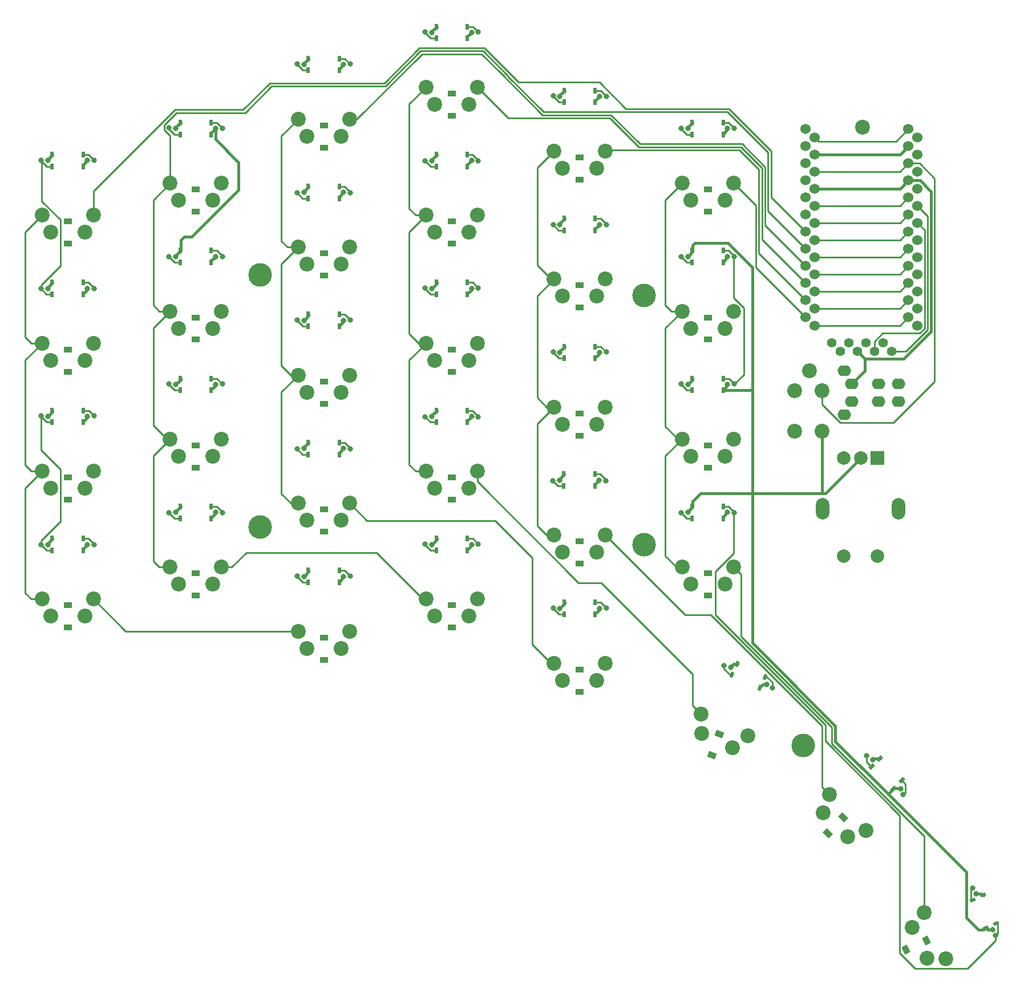
<source format=gbr>
%TF.GenerationSoftware,KiCad,Pcbnew,6.0.5*%
%TF.CreationDate,2022-07-09T20:03:33-05:00*%
%TF.ProjectId,ElevenFingers,456c6576-656e-4466-996e-676572732e6b,rev?*%
%TF.SameCoordinates,Original*%
%TF.FileFunction,Copper,L2,Bot*%
%TF.FilePolarity,Positive*%
%FSLAX46Y46*%
G04 Gerber Fmt 4.6, Leading zero omitted, Abs format (unit mm)*
G04 Created by KiCad (PCBNEW 6.0.5) date 2022-07-09 20:03:33*
%MOMM*%
%LPD*%
G01*
G04 APERTURE LIST*
G04 Aperture macros list*
%AMRotRect*
0 Rectangle, with rotation*
0 The origin of the aperture is its center*
0 $1 length*
0 $2 width*
0 $3 Rotation angle, in degrees counterclockwise*
0 Add horizontal line*
21,1,$1,$2,0,0,$3*%
G04 Aperture macros list end*
%TA.AperFunction,WasherPad*%
%ADD10C,2.200000*%
%TD*%
%TA.AperFunction,WasherPad*%
%ADD11C,3.500000*%
%TD*%
%TA.AperFunction,ComponentPad*%
%ADD12C,2.200000*%
%TD*%
%TA.AperFunction,SMDPad,CuDef*%
%ADD13R,0.500000X0.850000*%
%TD*%
%TA.AperFunction,ComponentPad*%
%ADD14R,1.200000X0.900000*%
%TD*%
%TA.AperFunction,SMDPad,CuDef*%
%ADD15RotRect,0.500000X0.850000X295.000000*%
%TD*%
%TA.AperFunction,ComponentPad*%
%ADD16C,1.524000*%
%TD*%
%TA.AperFunction,ComponentPad*%
%ADD17O,2.000000X1.600000*%
%TD*%
%TA.AperFunction,SMDPad,CuDef*%
%ADD18RotRect,0.500000X0.850000X315.000000*%
%TD*%
%TA.AperFunction,ComponentPad*%
%ADD19RotRect,0.900000X1.200000X25.000000*%
%TD*%
%TA.AperFunction,WasherPad*%
%ADD20O,2.000000X3.200000*%
%TD*%
%TA.AperFunction,ComponentPad*%
%ADD21R,2.000000X2.000000*%
%TD*%
%TA.AperFunction,ComponentPad*%
%ADD22C,2.000000*%
%TD*%
%TA.AperFunction,ComponentPad*%
%ADD23RotRect,0.900000X1.200000X45.000000*%
%TD*%
%TA.AperFunction,SMDPad,CuDef*%
%ADD24RotRect,0.500000X0.850000X335.000000*%
%TD*%
%TA.AperFunction,ComponentPad*%
%ADD25RotRect,0.900000X1.200000X70.000000*%
%TD*%
%TA.AperFunction,ComponentPad*%
%ADD26C,1.397000*%
%TD*%
%TA.AperFunction,ViaPad*%
%ADD27C,0.800000*%
%TD*%
%TA.AperFunction,Conductor*%
%ADD28C,0.250000*%
%TD*%
%TA.AperFunction,Conductor*%
%ADD29C,0.381000*%
%TD*%
G04 APERTURE END LIST*
D10*
%TO.P,,*%
%TO.N,*%
X148200000Y-105000000D03*
%TD*%
%TO.P,REF\u002A\u002A,*%
%TO.N,*%
X156000000Y-68850000D03*
%TD*%
D11*
%TO.P,,*%
%TO.N,*%
X147200000Y-160600000D03*
%TD*%
%TO.P,,*%
%TO.N,*%
X123600000Y-130800000D03*
%TD*%
%TO.P,,*%
%TO.N,*%
X123600000Y-93800000D03*
%TD*%
%TO.P,,*%
%TO.N,*%
X66600000Y-128200000D03*
%TD*%
%TO.P,REF\u002A\u002A,*%
%TO.N,*%
X66600000Y-90800000D03*
%TD*%
D12*
%TO.P,SW5,1*%
%TO.N,Net-(D5-Pad2)*%
X116611846Y-74956051D03*
X111531846Y-74956051D03*
%TO.P,SW5,2*%
%TO.N,col4*%
X117881846Y-72416051D03*
X110261846Y-72416051D03*
%TD*%
D13*
%TO.P,L20,1,VDD*%
%TO.N,VCC*%
X59361846Y-126921051D03*
%TO.P,L20,2,DOUT*%
%TO.N,Net-(L20-Pad2)*%
X59361846Y-125171051D03*
%TO.P,L20,3,VSS*%
%TO.N,GND*%
X54761846Y-125171051D03*
%TO.P,L20,4,DIN*%
%TO.N,Net-(L19-Pad2)*%
X54761846Y-126921051D03*
%TD*%
D12*
%TO.P,SW10,1*%
%TO.N,Net-(D10-Pad2)*%
X92531846Y-84456051D03*
X97611846Y-84456051D03*
%TO.P,SW10,2*%
%TO.N,col3*%
X91261846Y-81916051D03*
X98881846Y-81916051D03*
%TD*%
D13*
%TO.P,L2,1,VDD*%
%TO.N,VCC*%
X54761846Y-68171051D03*
%TO.P,L2,2,DOUT*%
%TO.N,Net-(L1-Pad4)*%
X54761846Y-69921051D03*
%TO.P,L2,3,VSS*%
%TO.N,GND*%
X59361846Y-69921051D03*
%TO.P,L2,4,DIN*%
%TO.N,Net-(L2-Pad4)*%
X59361846Y-68171051D03*
%TD*%
D14*
%TO.P,D2,1,K*%
%TO.N,row0*%
X57081846Y-81396051D03*
%TO.P,D2,2,A*%
%TO.N,Net-(D2-Pad2)*%
X57081846Y-78096051D03*
%TD*%
D13*
%TO.P,L19,1,VDD*%
%TO.N,VCC*%
X40361846Y-131671051D03*
%TO.P,L19,2,DOUT*%
%TO.N,Net-(L19-Pad2)*%
X40361846Y-129921051D03*
%TO.P,L19,3,VSS*%
%TO.N,GND*%
X35761846Y-129921051D03*
%TO.P,L19,4,DIN*%
%TO.N,Net-(L13-Pad2)*%
X35761846Y-131671051D03*
%TD*%
D14*
%TO.P,D13,1,K*%
%TO.N,row2*%
X38081846Y-124146051D03*
%TO.P,D13,2,A*%
%TO.N,Net-(D13-Pad2)*%
X38081846Y-120846051D03*
%TD*%
%TO.P,D26,1,K*%
%TO.N,row4*%
X95081846Y-143146051D03*
%TO.P,D26,2,A*%
%TO.N,Net-(D26-Pad2)*%
X95081846Y-139846051D03*
%TD*%
%TO.P,D21,1,K*%
%TO.N,row3*%
X76081846Y-128896051D03*
%TO.P,D21,2,A*%
%TO.N,Net-(D21-Pad2)*%
X76081846Y-125596051D03*
%TD*%
%TO.P,D25,1,K*%
%TO.N,row4*%
X76081846Y-147896051D03*
%TO.P,D25,2,A*%
%TO.N,Net-(D25-Pad2)*%
X76081846Y-144596051D03*
%TD*%
D12*
%TO.P,SW13,1*%
%TO.N,Net-(D13-Pad2)*%
X35531846Y-122456051D03*
X40611846Y-122456051D03*
%TO.P,SW13,2*%
%TO.N,col0*%
X34261846Y-119916051D03*
X41881846Y-119916051D03*
%TD*%
%TO.P,SW7,1*%
%TO.N,Net-(D7-Pad2)*%
X35531846Y-103456051D03*
X40611846Y-103456051D03*
%TO.P,SW7,2*%
%TO.N,col0*%
X34261846Y-100916051D03*
X41881846Y-100916051D03*
%TD*%
D13*
%TO.P,L10,1,VDD*%
%TO.N,VCC*%
X97361846Y-74671051D03*
%TO.P,L10,2,DOUT*%
%TO.N,Net-(L10-Pad2)*%
X97361846Y-72921051D03*
%TO.P,L10,3,VSS*%
%TO.N,GND*%
X92761846Y-72921051D03*
%TO.P,L10,4,DIN*%
%TO.N,Net-(L10-Pad4)*%
X92761846Y-74671051D03*
%TD*%
%TO.P,L27,1,VDD*%
%TO.N,VCC*%
X111761846Y-139421051D03*
%TO.P,L27,2,DOUT*%
%TO.N,Net-(L26-Pad4)*%
X111761846Y-141171051D03*
%TO.P,L27,3,VSS*%
%TO.N,GND*%
X116361846Y-141171051D03*
%TO.P,L27,4,DIN*%
%TO.N,Net-(L27-Pad4)*%
X116361846Y-139421051D03*
%TD*%
D12*
%TO.P,SW26,1*%
%TO.N,Net-(D26-Pad2)*%
X97611846Y-141456051D03*
X92531846Y-141456051D03*
%TO.P,SW26,2*%
%TO.N,col1*%
X98881846Y-138916051D03*
X91261846Y-138916051D03*
%TD*%
%TO.P,SW18,1*%
%TO.N,Net-(D18-Pad2)*%
X130531846Y-117706051D03*
X135611846Y-117706051D03*
%TO.P,SW18,2*%
%TO.N,col5*%
X136881846Y-115166051D03*
X129261846Y-115166051D03*
%TD*%
D13*
%TO.P,L5,1,VDD*%
%TO.N,VCC*%
X111761846Y-63421051D03*
%TO.P,L5,2,DOUT*%
%TO.N,Net-(L4-Pad4)*%
X111761846Y-65171051D03*
%TO.P,L5,3,VSS*%
%TO.N,GND*%
X116361846Y-65171051D03*
%TO.P,L5,4,DIN*%
%TO.N,Net-(L5-Pad4)*%
X116361846Y-63421051D03*
%TD*%
%TO.P,L16,1,VDD*%
%TO.N,VCC*%
X92761846Y-91921051D03*
%TO.P,L16,2,DOUT*%
%TO.N,Net-(L15-Pad4)*%
X92761846Y-93671051D03*
%TO.P,L16,3,VSS*%
%TO.N,GND*%
X97361846Y-93671051D03*
%TO.P,L16,4,DIN*%
%TO.N,Net-(L16-Pad4)*%
X97361846Y-91921051D03*
%TD*%
D12*
%TO.P,SW21,1*%
%TO.N,Net-(D21-Pad2)*%
X78611846Y-127206051D03*
X73531846Y-127206051D03*
%TO.P,SW21,2*%
%TO.N,col2*%
X79881846Y-124666051D03*
X72261846Y-124666051D03*
%TD*%
D15*
%TO.P,L30,1,VDD*%
%TO.N,VCC*%
X173932843Y-182841752D03*
%TO.P,L30,2,DOUT*%
%TO.N,Net-(L29-Pad4)*%
X172346805Y-183581334D03*
%TO.P,L30,3,VSS*%
%TO.N,GND*%
X174290849Y-187750350D03*
%TO.P,L30,4,DIN*%
%TO.N,Net-(L24-Pad2)*%
X175876887Y-187010768D03*
%TD*%
D16*
%TO.P,U1,1,TX0/PD3*%
%TO.N,LED*%
X164148225Y-70347873D03*
X147609410Y-69152128D03*
%TO.P,U1,2,RX1/PD2*%
%TO.N,SERIAL*%
X164148225Y-72887873D03*
X147609410Y-71692128D03*
%TO.P,U1,3,GND*%
%TO.N,GND*%
X164148225Y-75427873D03*
X147609410Y-74232128D03*
%TO.P,U1,4,GND*%
X164148225Y-77967873D03*
X147609410Y-76772128D03*
%TO.P,U1,5,2/PD1*%
%TO.N,Net-(J1-Pad1)*%
X164148225Y-80507873D03*
X147609410Y-79312128D03*
%TO.P,U1,6,3/PD0*%
%TO.N,Net-(J1-Pad2)*%
X147609410Y-81852128D03*
X164148225Y-83047873D03*
%TO.P,U1,7,4/PD4*%
%TO.N,col0*%
X164148225Y-85587873D03*
X147609410Y-84392128D03*
%TO.P,U1,8,5/PC6*%
%TO.N,col1*%
X164148225Y-88127873D03*
X147609410Y-86932128D03*
%TO.P,U1,9,6/PD7*%
%TO.N,col2*%
X164148225Y-90667873D03*
X147609410Y-89472128D03*
%TO.P,U1,10,7/PE6*%
%TO.N,col3*%
X164148225Y-93207873D03*
X147609410Y-92012128D03*
%TO.P,U1,11,8/PB4*%
%TO.N,col4*%
X164148225Y-95747873D03*
X147609410Y-94552128D03*
%TO.P,U1,12,9/PB5*%
%TO.N,col5*%
X164148225Y-98287873D03*
X147609410Y-97092128D03*
%TO.P,U1,13,10/PB6*%
%TO.N,row4*%
X162849410Y-97092128D03*
X148908225Y-98287873D03*
%TO.P,U1,14,16/PB2*%
%TO.N,row3*%
X162849410Y-94552128D03*
X148908225Y-95747873D03*
%TO.P,U1,15,14/PB3*%
%TO.N,row2*%
X148908225Y-93207873D03*
X162849410Y-92012128D03*
%TO.P,U1,16,15/PB1*%
%TO.N,row1*%
X162849410Y-89472128D03*
X148908225Y-90667873D03*
%TO.P,U1,17,A0/PF7*%
%TO.N,row0*%
X148908225Y-88127873D03*
X162849410Y-86932128D03*
%TO.P,U1,18,A1/PF6*%
%TO.N,ENC_B*%
X162849410Y-84392128D03*
X148908225Y-85587873D03*
%TO.P,U1,19,A2/PF5*%
%TO.N,ENC_A*%
X148908225Y-83047873D03*
X162849410Y-81852128D03*
%TO.P,U1,20,A3/PF4*%
%TO.N,unconnected-(U1-Pad20)*%
X162849410Y-79312128D03*
X148908225Y-80507873D03*
%TO.P,U1,21,VCC*%
%TO.N,VCC*%
X162849410Y-76772128D03*
X148908225Y-77967873D03*
%TO.P,U1,22,RST*%
%TO.N,Net-(B1-Pad1)*%
X148908225Y-75427873D03*
X162849410Y-74232128D03*
%TO.P,U1,23,GND*%
%TO.N,GND*%
X162849410Y-71692128D03*
X148908225Y-72887873D03*
%TO.P,U1,24,RAW*%
%TO.N,unconnected-(U1-Pad24)*%
X162849410Y-69152128D03*
X148908225Y-70347873D03*
%TD*%
D13*
%TO.P,L12,1,VDD*%
%TO.N,VCC*%
X135361846Y-88921051D03*
%TO.P,L12,2,DOUT*%
%TO.N,Net-(L12-Pad2)*%
X135361846Y-87171051D03*
%TO.P,L12,3,VSS*%
%TO.N,GND*%
X130761846Y-87171051D03*
%TO.P,L12,4,DIN*%
%TO.N,Net-(L11-Pad2)*%
X130761846Y-88921051D03*
%TD*%
D12*
%TO.P,SW22,1*%
%TO.N,Net-(D22-Pad2)*%
X92531846Y-122456051D03*
X97611846Y-122456051D03*
%TO.P,SW22,2*%
%TO.N,col3*%
X91261846Y-119916051D03*
X98881846Y-119916051D03*
%TD*%
%TO.P,SW17,1*%
%TO.N,Net-(D17-Pad2)*%
X111531846Y-112956051D03*
X116611846Y-112956051D03*
%TO.P,SW17,2*%
%TO.N,col4*%
X110261846Y-110416051D03*
X117881846Y-110416051D03*
%TD*%
D13*
%TO.P,L15,1,VDD*%
%TO.N,VCC*%
X73761846Y-96671051D03*
%TO.P,L15,2,DOUT*%
%TO.N,Net-(L14-Pad4)*%
X73761846Y-98421051D03*
%TO.P,L15,3,VSS*%
%TO.N,GND*%
X78361846Y-98421051D03*
%TO.P,L15,4,DIN*%
%TO.N,Net-(L15-Pad4)*%
X78361846Y-96671051D03*
%TD*%
%TO.P,L13,1,VDD*%
%TO.N,VCC*%
X35761846Y-110921051D03*
%TO.P,L13,2,DOUT*%
%TO.N,Net-(L13-Pad2)*%
X35761846Y-112671051D03*
%TO.P,L13,3,VSS*%
%TO.N,GND*%
X40361846Y-112671051D03*
%TO.P,L13,4,DIN*%
%TO.N,Net-(L13-Pad4)*%
X40361846Y-110921051D03*
%TD*%
D14*
%TO.P,D12,1,K*%
%TO.N,row1*%
X133081846Y-100396051D03*
%TO.P,D12,2,A*%
%TO.N,Net-(D12-Pad2)*%
X133081846Y-97096051D03*
%TD*%
D13*
%TO.P,L18,1,VDD*%
%TO.N,VCC*%
X130761846Y-106171051D03*
%TO.P,L18,2,DOUT*%
%TO.N,Net-(L17-Pad4)*%
X130761846Y-107921051D03*
%TO.P,L18,3,VSS*%
%TO.N,GND*%
X135361846Y-107921051D03*
%TO.P,L18,4,DIN*%
%TO.N,Net-(L12-Pad2)*%
X135361846Y-106171051D03*
%TD*%
D12*
%TO.P,SW8,1*%
%TO.N,Net-(D8-Pad2)*%
X59611846Y-98706051D03*
X54531846Y-98706051D03*
%TO.P,SW8,2*%
%TO.N,col1*%
X53261846Y-96166051D03*
X60881846Y-96166051D03*
%TD*%
D13*
%TO.P,L21,1,VDD*%
%TO.N,VCC*%
X78361846Y-117421051D03*
%TO.P,L21,2,DOUT*%
%TO.N,Net-(L21-Pad2)*%
X78361846Y-115671051D03*
%TO.P,L21,3,VSS*%
%TO.N,GND*%
X73761846Y-115671051D03*
%TO.P,L21,4,DIN*%
%TO.N,Net-(L20-Pad2)*%
X73761846Y-117421051D03*
%TD*%
D12*
%TO.P,SW6,1*%
%TO.N,Net-(D6-Pad2)*%
X135611846Y-79706051D03*
X130531846Y-79706051D03*
%TO.P,SW6,2*%
%TO.N,col5*%
X136881846Y-77166051D03*
X129261846Y-77166051D03*
%TD*%
%TO.P,SW14,1*%
%TO.N,Net-(D14-Pad2)*%
X59611846Y-117706051D03*
X54531846Y-117706051D03*
%TO.P,SW14,2*%
%TO.N,col1*%
X60881846Y-115166051D03*
X53261846Y-115166051D03*
%TD*%
D14*
%TO.P,D27,1,K*%
%TO.N,row4*%
X114081846Y-152646051D03*
%TO.P,D27,2,A*%
%TO.N,Net-(D27-Pad2)*%
X114081846Y-149346051D03*
%TD*%
D17*
%TO.P,U2,1,SLEEVE*%
%TO.N,GND*%
X153312500Y-104975000D03*
X153312500Y-111525000D03*
%TO.P,U2,2,TIP*%
%TO.N,VCC*%
X154412500Y-106925000D03*
X154412500Y-109575000D03*
%TO.P,U2,3,RING1*%
%TO.N,SERIAL*%
X158412500Y-106925000D03*
X158412500Y-109575000D03*
%TO.P,U2,4,RING2*%
%TO.N,unconnected-(U2-Pad4)*%
X161412500Y-109575000D03*
X161412500Y-106925000D03*
%TD*%
D14*
%TO.P,D17,1,K*%
%TO.N,row2*%
X114081846Y-114646051D03*
%TO.P,D17,2,A*%
%TO.N,Net-(D17-Pad2)*%
X114081846Y-111346051D03*
%TD*%
D13*
%TO.P,L26,1,VDD*%
%TO.N,VCC*%
X92761846Y-129921051D03*
%TO.P,L26,2,DOUT*%
%TO.N,Net-(L25-Pad4)*%
X92761846Y-131671051D03*
%TO.P,L26,3,VSS*%
%TO.N,GND*%
X97361846Y-131671051D03*
%TO.P,L26,4,DIN*%
%TO.N,Net-(L26-Pad4)*%
X97361846Y-129921051D03*
%TD*%
D12*
%TO.P,SW9,1*%
%TO.N,Net-(D9-Pad2)*%
X78611846Y-89206051D03*
X73531846Y-89206051D03*
%TO.P,SW9,2*%
%TO.N,col2*%
X72261846Y-86666051D03*
X79881846Y-86666051D03*
%TD*%
%TO.P,SW4,1*%
%TO.N,Net-(D4-Pad2)*%
X97611846Y-65456051D03*
X92531846Y-65456051D03*
%TO.P,SW4,2*%
%TO.N,col3*%
X91261846Y-62916051D03*
X98881846Y-62916051D03*
%TD*%
%TO.P,B1,1,1*%
%TO.N,Net-(B1-Pad1)*%
X150000000Y-108000000D03*
%TO.P,B1,2,2*%
%TO.N,GND*%
X150000000Y-114000000D03*
%TO.P,B1,3,3*%
%TO.N,unconnected-(B1-Pad3)*%
X146000000Y-108000000D03*
%TO.P,B1,4,4*%
%TO.N,unconnected-(B1-Pad4)*%
X146000000Y-114000000D03*
%TD*%
D14*
%TO.P,D5,1,K*%
%TO.N,row0*%
X114081846Y-76646051D03*
%TO.P,D5,2,A*%
%TO.N,Net-(D5-Pad2)*%
X114081846Y-73346051D03*
%TD*%
D13*
%TO.P,L24,1,VDD*%
%TO.N,VCC*%
X135361846Y-126921051D03*
%TO.P,L24,2,DOUT*%
%TO.N,Net-(L24-Pad2)*%
X135361846Y-125171051D03*
%TO.P,L24,3,VSS*%
%TO.N,GND*%
X130761846Y-125171051D03*
%TO.P,L24,4,DIN*%
%TO.N,Net-(L23-Pad2)*%
X130761846Y-126921051D03*
%TD*%
D14*
%TO.P,D22,1,K*%
%TO.N,row3*%
X95081846Y-124146051D03*
%TO.P,D22,2,A*%
%TO.N,Net-(D22-Pad2)*%
X95081846Y-120846051D03*
%TD*%
D13*
%TO.P,L14,1,VDD*%
%TO.N,VCC*%
X54761846Y-106171051D03*
%TO.P,L14,2,DOUT*%
%TO.N,Net-(L13-Pad4)*%
X54761846Y-107921051D03*
%TO.P,L14,3,VSS*%
%TO.N,GND*%
X59361846Y-107921051D03*
%TO.P,L14,4,DIN*%
%TO.N,Net-(L14-Pad4)*%
X59361846Y-106171051D03*
%TD*%
D12*
%TO.P,SW2,1*%
%TO.N,Net-(D2-Pad2)*%
X54531846Y-79706051D03*
X59611846Y-79706051D03*
%TO.P,SW2,2*%
%TO.N,col1*%
X60881846Y-77166051D03*
X53261846Y-77166051D03*
%TD*%
D14*
%TO.P,D24,1,K*%
%TO.N,row3*%
X133081846Y-138396051D03*
%TO.P,D24,2,A*%
%TO.N,Net-(D24-Pad2)*%
X133081846Y-135096051D03*
%TD*%
D13*
%TO.P,L23,1,VDD*%
%TO.N,VCC*%
X116300000Y-122125000D03*
%TO.P,L23,2,DOUT*%
%TO.N,Net-(L23-Pad2)*%
X116300000Y-120375000D03*
%TO.P,L23,3,VSS*%
%TO.N,GND*%
X111700000Y-120375000D03*
%TO.P,L23,4,DIN*%
%TO.N,Net-(L22-Pad2)*%
X111700000Y-122125000D03*
%TD*%
D12*
%TO.P,SW29,1*%
%TO.N,Net-(D29-Pad2)*%
X150223693Y-170592102D03*
X153815795Y-174184205D03*
%TO.P,SW29,2*%
%TO.N,col4*%
X151121718Y-167898026D03*
X156509872Y-173286179D03*
%TD*%
%TO.P,SW15,1*%
%TO.N,Net-(D15-Pad2)*%
X78611846Y-108206051D03*
X73531846Y-108206051D03*
%TO.P,SW15,2*%
%TO.N,col2*%
X72261846Y-105666051D03*
X79881846Y-105666051D03*
%TD*%
D18*
%TO.P,L29,1,VDD*%
%TO.N,VCC*%
X158604219Y-162550987D03*
%TO.P,L29,2,DOUT*%
%TO.N,Net-(L28-Pad4)*%
X157366782Y-163788424D03*
%TO.P,L29,3,VSS*%
%TO.N,GND*%
X160619473Y-167041115D03*
%TO.P,L29,4,DIN*%
%TO.N,Net-(L29-Pad4)*%
X161856910Y-165803678D03*
%TD*%
D13*
%TO.P,L6,1,VDD*%
%TO.N,VCC*%
X130761846Y-68171051D03*
%TO.P,L6,2,DOUT*%
%TO.N,Net-(L5-Pad4)*%
X130761846Y-69921051D03*
%TO.P,L6,3,VSS*%
%TO.N,GND*%
X135361846Y-69921051D03*
%TO.P,L6,4,DIN*%
%TO.N,LED*%
X135361846Y-68171051D03*
%TD*%
D14*
%TO.P,D18,1,K*%
%TO.N,row2*%
X133081846Y-119396051D03*
%TO.P,D18,2,A*%
%TO.N,Net-(D18-Pad2)*%
X133081846Y-116096051D03*
%TD*%
%TO.P,D20,1,K*%
%TO.N,row3*%
X57081846Y-138396051D03*
%TO.P,D20,2,A*%
%TO.N,Net-(D20-Pad2)*%
X57081846Y-135096051D03*
%TD*%
D12*
%TO.P,SW16,1*%
%TO.N,Net-(D16-Pad2)*%
X97611846Y-103456051D03*
X92531846Y-103456051D03*
%TO.P,SW16,2*%
%TO.N,col3*%
X98881846Y-100916051D03*
X91261846Y-100916051D03*
%TD*%
D13*
%TO.P,L7,1,VDD*%
%TO.N,VCC*%
X40361846Y-93671051D03*
%TO.P,L7,2,DOUT*%
%TO.N,Net-(L7-Pad2)*%
X40361846Y-91921051D03*
%TO.P,L7,3,VSS*%
%TO.N,GND*%
X35761846Y-91921051D03*
%TO.P,L7,4,DIN*%
%TO.N,Net-(L1-Pad2)*%
X35761846Y-93671051D03*
%TD*%
D12*
%TO.P,SW24,1*%
%TO.N,Net-(D24-Pad2)*%
X130531846Y-136706051D03*
X135611846Y-136706051D03*
%TO.P,SW24,2*%
%TO.N,col5*%
X129261846Y-134166051D03*
X136881846Y-134166051D03*
%TD*%
D14*
%TO.P,D6,1,K*%
%TO.N,row0*%
X133081846Y-81396051D03*
%TO.P,D6,2,A*%
%TO.N,Net-(D6-Pad2)*%
X133081846Y-78096051D03*
%TD*%
D12*
%TO.P,SW23,1*%
%TO.N,Net-(D23-Pad2)*%
X116611846Y-131956051D03*
X111531846Y-131956051D03*
%TO.P,SW23,2*%
%TO.N,col4*%
X110261846Y-129416051D03*
X117881846Y-129416051D03*
%TD*%
D14*
%TO.P,D16,1,K*%
%TO.N,row2*%
X95081846Y-105146051D03*
%TO.P,D16,2,A*%
%TO.N,Net-(D16-Pad2)*%
X95081846Y-101846051D03*
%TD*%
%TO.P,D4,1,K*%
%TO.N,row0*%
X95081846Y-67146051D03*
%TO.P,D4,2,A*%
%TO.N,Net-(D4-Pad2)*%
X95081846Y-63846051D03*
%TD*%
%TO.P,D1,1,K*%
%TO.N,row0*%
X38081846Y-86146051D03*
%TO.P,D1,2,A*%
%TO.N,Net-(D1-Pad2)*%
X38081846Y-82846051D03*
%TD*%
D12*
%TO.P,SW20,1*%
%TO.N,Net-(D20-Pad2)*%
X54531846Y-136706051D03*
X59611846Y-136706051D03*
%TO.P,SW20,2*%
%TO.N,col1*%
X53261846Y-134166051D03*
X60881846Y-134166051D03*
%TD*%
D13*
%TO.P,L9,1,VDD*%
%TO.N,VCC*%
X78361846Y-79421051D03*
%TO.P,L9,2,DOUT*%
%TO.N,Net-(L10-Pad4)*%
X78361846Y-77671051D03*
%TO.P,L9,3,VSS*%
%TO.N,GND*%
X73761846Y-77671051D03*
%TO.P,L9,4,DIN*%
%TO.N,Net-(L8-Pad2)*%
X73761846Y-79421051D03*
%TD*%
D19*
%TO.P,D30,1,K*%
%TO.N,row4*%
X162504592Y-190947320D03*
%TO.P,D30,2,A*%
%TO.N,Net-(D30-Pad2)*%
X165495408Y-189552680D03*
%TD*%
D13*
%TO.P,L17,1,VDD*%
%TO.N,VCC*%
X111761846Y-101421051D03*
%TO.P,L17,2,DOUT*%
%TO.N,Net-(L16-Pad4)*%
X111761846Y-103171051D03*
%TO.P,L17,3,VSS*%
%TO.N,GND*%
X116361846Y-103171051D03*
%TO.P,L17,4,DIN*%
%TO.N,Net-(L17-Pad4)*%
X116361846Y-101421051D03*
%TD*%
D14*
%TO.P,D10,1,K*%
%TO.N,row1*%
X95081846Y-86146051D03*
%TO.P,D10,2,A*%
%TO.N,Net-(D10-Pad2)*%
X95081846Y-82846051D03*
%TD*%
%TO.P,D3,1,K*%
%TO.N,row0*%
X76081846Y-71896051D03*
%TO.P,D3,2,A*%
%TO.N,Net-(D3-Pad2)*%
X76081846Y-68596051D03*
%TD*%
D20*
%TO.P,E1,*%
%TO.N,*%
X161350000Y-125500000D03*
X150150000Y-125500000D03*
D21*
%TO.P,E1,A,A*%
%TO.N,ENC_A*%
X158250000Y-118000000D03*
D22*
%TO.P,E1,B,B*%
%TO.N,ENC_B*%
X153250000Y-118000000D03*
%TO.P,E1,C,C*%
%TO.N,GND*%
X155750000Y-118000000D03*
%TO.P,E1,S1,S1*%
%TO.N,unconnected-(E1-PadS1)*%
X153250000Y-132500000D03*
%TO.P,E1,S2,S2*%
%TO.N,unconnected-(E1-PadS2)*%
X158250000Y-132500000D03*
%TD*%
D13*
%TO.P,L25,1,VDD*%
%TO.N,VCC*%
X73761846Y-134671051D03*
%TO.P,L25,2,DOUT*%
%TO.N,unconnected-(L25-Pad2)*%
X73761846Y-136421051D03*
%TO.P,L25,3,VSS*%
%TO.N,GND*%
X78361846Y-136421051D03*
%TO.P,L25,4,DIN*%
%TO.N,Net-(L25-Pad4)*%
X78361846Y-134671051D03*
%TD*%
D14*
%TO.P,D23,1,K*%
%TO.N,row3*%
X114081846Y-133646051D03*
%TO.P,D23,2,A*%
%TO.N,Net-(D23-Pad2)*%
X114081846Y-130346051D03*
%TD*%
%TO.P,D14,1,K*%
%TO.N,row2*%
X57081846Y-119396051D03*
%TO.P,D14,2,A*%
%TO.N,Net-(D14-Pad2)*%
X57081846Y-116096051D03*
%TD*%
%TO.P,D7,1,K*%
%TO.N,row1*%
X38081846Y-105146051D03*
%TO.P,D7,2,A*%
%TO.N,Net-(D7-Pad2)*%
X38081846Y-101846051D03*
%TD*%
D13*
%TO.P,L8,1,VDD*%
%TO.N,VCC*%
X59361846Y-88921051D03*
%TO.P,L8,2,DOUT*%
%TO.N,Net-(L8-Pad2)*%
X59361846Y-87171051D03*
%TO.P,L8,3,VSS*%
%TO.N,GND*%
X54761846Y-87171051D03*
%TO.P,L8,4,DIN*%
%TO.N,Net-(L7-Pad2)*%
X54761846Y-88921051D03*
%TD*%
D14*
%TO.P,D9,1,K*%
%TO.N,row1*%
X76081846Y-90896051D03*
%TO.P,D9,2,A*%
%TO.N,Net-(D9-Pad2)*%
X76081846Y-87596051D03*
%TD*%
D12*
%TO.P,SW1,1*%
%TO.N,Net-(D1-Pad2)*%
X40611846Y-84456051D03*
X35531846Y-84456051D03*
%TO.P,SW1,2*%
%TO.N,col0*%
X41881846Y-81916051D03*
X34261846Y-81916051D03*
%TD*%
%TO.P,SW3,1*%
%TO.N,Net-(D3-Pad2)*%
X73531846Y-70206051D03*
X78611846Y-70206051D03*
%TO.P,SW3,2*%
%TO.N,col2*%
X72261846Y-67666051D03*
X79881846Y-67666051D03*
%TD*%
D14*
%TO.P,D19,1,K*%
%TO.N,row3*%
X38081846Y-143146051D03*
%TO.P,D19,2,A*%
%TO.N,Net-(D19-Pad2)*%
X38081846Y-139846051D03*
%TD*%
D12*
%TO.P,SW11,1*%
%TO.N,Net-(D11-Pad2)*%
X116611846Y-93956051D03*
X111531846Y-93956051D03*
%TO.P,SW11,2*%
%TO.N,col4*%
X117881846Y-91416051D03*
X110261846Y-91416051D03*
%TD*%
D13*
%TO.P,L22,1,VDD*%
%TO.N,VCC*%
X97361846Y-112671051D03*
%TO.P,L22,2,DOUT*%
%TO.N,Net-(L22-Pad2)*%
X97361846Y-110921051D03*
%TO.P,L22,3,VSS*%
%TO.N,GND*%
X92761846Y-110921051D03*
%TO.P,L22,4,DIN*%
%TO.N,Net-(L21-Pad2)*%
X92761846Y-112671051D03*
%TD*%
%TO.P,L1,1,VDD*%
%TO.N,VCC*%
X35761846Y-72921051D03*
%TO.P,L1,2,DOUT*%
%TO.N,Net-(L1-Pad2)*%
X35761846Y-74671051D03*
%TO.P,L1,3,VSS*%
%TO.N,GND*%
X40361846Y-74671051D03*
%TO.P,L1,4,DIN*%
%TO.N,Net-(L1-Pad4)*%
X40361846Y-72921051D03*
%TD*%
D12*
%TO.P,SW19,1*%
%TO.N,Net-(D19-Pad2)*%
X35531846Y-141456051D03*
X40611846Y-141456051D03*
%TO.P,SW19,2*%
%TO.N,col0*%
X34261846Y-138916051D03*
X41881846Y-138916051D03*
%TD*%
%TO.P,SW25,1*%
%TO.N,Net-(D25-Pad2)*%
X73531846Y-146206051D03*
X78611846Y-146206051D03*
%TO.P,SW25,2*%
%TO.N,col0*%
X72261846Y-143666051D03*
X79881846Y-143666051D03*
%TD*%
D23*
%TO.P,D29,1,K*%
%TO.N,row4*%
X150833274Y-173666726D03*
%TO.P,D29,2,A*%
%TO.N,Net-(D29-Pad2)*%
X153166726Y-171333274D03*
%TD*%
D12*
%TO.P,SW27,1*%
%TO.N,Net-(D27-Pad2)*%
X111531846Y-150956051D03*
X116611846Y-150956051D03*
%TO.P,SW27,2*%
%TO.N,col2*%
X117881846Y-148416051D03*
X110261846Y-148416051D03*
%TD*%
D24*
%TO.P,L28,1,VDD*%
%TO.N,VCC*%
X137397129Y-148531010D03*
%TO.P,L28,2,DOUT*%
%TO.N,Net-(L27-Pad4)*%
X136657547Y-150117048D03*
%TO.P,L28,3,VSS*%
%TO.N,GND*%
X140826563Y-152061092D03*
%TO.P,L28,4,DIN*%
%TO.N,Net-(L28-Pad4)*%
X141566145Y-150475054D03*
%TD*%
D12*
%TO.P,SW30,1*%
%TO.N,Net-(D30-Pad2)*%
X165581253Y-192244974D03*
X163434352Y-187640930D03*
%TO.P,SW30,2*%
%TO.N,col5*%
X165199649Y-185416469D03*
X168420000Y-192322534D03*
%TD*%
D13*
%TO.P,L11,1,VDD*%
%TO.N,VCC*%
X116361846Y-84171051D03*
%TO.P,L11,2,DOUT*%
%TO.N,Net-(L11-Pad2)*%
X116361846Y-82421051D03*
%TO.P,L11,3,VSS*%
%TO.N,GND*%
X111761846Y-82421051D03*
%TO.P,L11,4,DIN*%
%TO.N,Net-(L10-Pad2)*%
X111761846Y-84171051D03*
%TD*%
D14*
%TO.P,D11,1,K*%
%TO.N,row1*%
X114081846Y-95646051D03*
%TO.P,D11,2,A*%
%TO.N,Net-(D11-Pad2)*%
X114081846Y-92346051D03*
%TD*%
%TO.P,D15,1,K*%
%TO.N,row2*%
X76081846Y-109896051D03*
%TO.P,D15,2,A*%
%TO.N,Net-(D15-Pad2)*%
X76081846Y-106596051D03*
%TD*%
D13*
%TO.P,L3,1,VDD*%
%TO.N,VCC*%
X73761846Y-58671051D03*
%TO.P,L3,2,DOUT*%
%TO.N,Net-(L2-Pad4)*%
X73761846Y-60421051D03*
%TO.P,L3,3,VSS*%
%TO.N,GND*%
X78361846Y-60421051D03*
%TO.P,L3,4,DIN*%
%TO.N,Net-(L3-Pad4)*%
X78361846Y-58671051D03*
%TD*%
D25*
%TO.P,D28,1,K*%
%TO.N,row4*%
X133685667Y-162050493D03*
%TO.P,D28,2,A*%
%TO.N,Net-(D28-Pad2)*%
X134814333Y-158949507D03*
%TD*%
D12*
%TO.P,SW12,1*%
%TO.N,Net-(D12-Pad2)*%
X135611846Y-98706051D03*
X130531846Y-98706051D03*
%TO.P,SW12,2*%
%TO.N,col5*%
X129261846Y-96166051D03*
X136881846Y-96166051D03*
%TD*%
D14*
%TO.P,D8,1,K*%
%TO.N,row1*%
X57081846Y-100396051D03*
%TO.P,D8,2,A*%
%TO.N,Net-(D8-Pad2)*%
X57081846Y-97096051D03*
%TD*%
D12*
%TO.P,SW28,1*%
%TO.N,Net-(D28-Pad2)*%
X136766967Y-160973545D03*
X132162924Y-158826644D03*
%TO.P,SW28,2*%
%TO.N,col3*%
X138991429Y-159208249D03*
X132085363Y-155987897D03*
%TD*%
D26*
%TO.P,J1,1,P1*%
%TO.N,Net-(J1-Pad1)*%
X151468511Y-100838511D03*
X160358511Y-102108511D03*
%TO.P,J1,2,P2*%
%TO.N,Net-(J1-Pad2)*%
X157818511Y-102108511D03*
X154008511Y-100838511D03*
%TO.P,J1,3,P3*%
%TO.N,VCC*%
X156548511Y-100838511D03*
X155278511Y-102108511D03*
%TO.P,J1,4,P4*%
%TO.N,GND*%
X152738511Y-102108511D03*
X159088511Y-100838511D03*
%TD*%
D13*
%TO.P,L4,1,VDD*%
%TO.N,VCC*%
X92761846Y-53921051D03*
%TO.P,L4,2,DOUT*%
%TO.N,Net-(L3-Pad4)*%
X92761846Y-55671051D03*
%TO.P,L4,3,VSS*%
%TO.N,GND*%
X97361846Y-55671051D03*
%TO.P,L4,4,DIN*%
%TO.N,Net-(L4-Pad4)*%
X97361846Y-53921051D03*
%TD*%
D27*
%TO.N,GND*%
X175356925Y-187966131D03*
X92096470Y-73813772D03*
X98007955Y-92796051D03*
X79007955Y-135546051D03*
X136012250Y-107042233D03*
X79007955Y-59546051D03*
X79007955Y-97546051D03*
X73115737Y-116546051D03*
X41012250Y-111792233D03*
X111111442Y-83299869D03*
X41007954Y-73796051D03*
X161684067Y-167037718D03*
X60007955Y-107046051D03*
X130096470Y-88063772D03*
X141781927Y-151541130D03*
X92115737Y-111796051D03*
X130111442Y-126049869D03*
X117007955Y-102296051D03*
X136007955Y-69046051D03*
X117012250Y-140292233D03*
X35096470Y-92813772D03*
X117007954Y-64296051D03*
X60007954Y-69046051D03*
X54115737Y-126046051D03*
X111053891Y-121250000D03*
X98012250Y-130792233D03*
X98007955Y-54796051D03*
X54111442Y-88049869D03*
X35115737Y-130796051D03*
X73111442Y-78549869D03*
%TO.N,VCC*%
X41007954Y-92796051D03*
X92115737Y-130796051D03*
X98007955Y-73796051D03*
X136007955Y-88046051D03*
X92115737Y-92796051D03*
X54115738Y-69046051D03*
X136441766Y-149050972D03*
X98007955Y-111796051D03*
X79007954Y-116546051D03*
X60007955Y-126046051D03*
X172866767Y-182625971D03*
X79007955Y-78546051D03*
X111115737Y-140296051D03*
X92115738Y-54796051D03*
X73115738Y-135546051D03*
X60007955Y-88046051D03*
X41007955Y-130796051D03*
X130115737Y-107046051D03*
X35115737Y-111796051D03*
X157528634Y-162712839D03*
X54115738Y-107046051D03*
X117007954Y-83296051D03*
X111115738Y-64296050D03*
X35115738Y-73796052D03*
X136007954Y-126046051D03*
X73115738Y-59546050D03*
X111115738Y-102296050D03*
X73115737Y-97546051D03*
X116946108Y-121250000D03*
X130115738Y-69046050D03*
%TO.N,LED*%
X137006382Y-68999704D03*
%TO.N,Net-(L1-Pad2)*%
X34097731Y-92852825D03*
X34116247Y-73800889D03*
%TO.N,Net-(L1-Pad4)*%
X53118248Y-68982650D03*
X42007442Y-73801499D03*
%TO.N,Net-(L2-Pad4)*%
X72118248Y-59482649D03*
X61006327Y-68998554D03*
%TO.N,Net-(L3-Pad4)*%
X91118249Y-54732649D03*
X80006162Y-59495161D03*
%TO.N,Net-(L4-Pad4)*%
X99006382Y-54749704D03*
X110118248Y-64232650D03*
%TO.N,Net-(L5-Pad4)*%
X118006161Y-64245161D03*
X129117646Y-68992960D03*
%TO.N,Net-(L13-Pad4)*%
X42010119Y-111735110D03*
X53118953Y-106972400D03*
%TO.N,Net-(L7-Pad2)*%
X42005444Y-92859452D03*
X53112852Y-88092565D03*
%TO.N,Net-(L8-Pad2)*%
X72113573Y-78606992D03*
X61005445Y-88109452D03*
%TO.N,Net-(L10-Pad2)*%
X110113573Y-83356992D03*
X99004740Y-73869702D03*
%TO.N,Net-(L10-Pad4)*%
X80004740Y-78619702D03*
X91097391Y-73842868D03*
%TO.N,Net-(L11-Pad2)*%
X118004739Y-83369702D03*
X129097391Y-88092868D03*
%TO.N,Net-(L13-Pad2)*%
X34118247Y-130859452D03*
X34118247Y-111732650D03*
%TO.N,Net-(L12-Pad2)*%
X137010119Y-106985110D03*
X137005445Y-88109452D03*
%TO.N,Net-(L14-Pad4)*%
X61005539Y-106984141D03*
X72118952Y-97472400D03*
%TO.N,Net-(L15-Pad4)*%
X80005444Y-97482649D03*
X91118952Y-92722400D03*
%TO.N,Net-(L16-Pad4)*%
X110118248Y-102232650D03*
X99005445Y-92732650D03*
%TO.N,Net-(L17-Pad4)*%
X129118247Y-106982650D03*
X118005539Y-102234141D03*
%TO.N,Net-(L19-Pad2)*%
X42004740Y-130869702D03*
X53118247Y-126109452D03*
%TO.N,Net-(L20-Pad2)*%
X61005445Y-126109452D03*
X72118153Y-116607961D03*
%TO.N,Net-(L21-Pad2)*%
X80005443Y-116609453D03*
X91118153Y-111857961D03*
%TO.N,Net-(L22-Pad2)*%
X110056307Y-121311910D03*
X99004740Y-111869702D03*
%TO.N,Net-(L23-Pad2)*%
X117942893Y-121323651D03*
X129113573Y-126106993D03*
%TO.N,Net-(L24-Pad2)*%
X175804956Y-188859593D03*
X137005444Y-126109452D03*
%TO.N,unconnected-(L25-Pad2)*%
X72118249Y-135482649D03*
%TO.N,Net-(L25-Pad4)*%
X80005539Y-135484141D03*
X91118952Y-130722400D03*
%TO.N,Net-(L26-Pad4)*%
X110118248Y-140232649D03*
X99010119Y-130735110D03*
%TO.N,Net-(L27-Pad4)*%
X135489700Y-148746708D03*
X118010059Y-140234070D03*
%TO.N,Net-(L28-Pad4)*%
X156669461Y-162202126D03*
X142624150Y-152079335D03*
%TO.N,Net-(L29-Pad4)*%
X162089321Y-167951378D03*
X172361486Y-181763593D03*
%TD*%
D28*
%TO.N,Net-(B1-Pad1)*%
X150000000Y-110002811D02*
X150000000Y-108000000D01*
X166714296Y-106618543D02*
X160632839Y-112700000D01*
X164489040Y-74232128D02*
X166714296Y-76457384D01*
X166714296Y-76457384D02*
X166714296Y-106618543D01*
X162849410Y-74232128D02*
X164489040Y-74232128D01*
X148908225Y-75427873D02*
X161653665Y-75427873D01*
X160632839Y-112700000D02*
X152697189Y-112700000D01*
X161653665Y-75427873D02*
X162849410Y-74232128D01*
X152697189Y-112700000D02*
X150000000Y-110002811D01*
D29*
%TO.N,GND*%
X150000000Y-114000000D02*
X150000000Y-123200000D01*
X135286846Y-107921051D02*
X139678949Y-107921051D01*
X73111442Y-78396455D02*
X73836846Y-77671051D01*
X92096470Y-73813772D02*
X92096470Y-73661427D01*
X161653665Y-72887873D02*
X162849410Y-71692128D01*
X152015020Y-157745544D02*
X139700000Y-145430524D01*
X60007954Y-69046051D02*
X60007954Y-70657793D01*
X141781927Y-151541130D02*
X141246856Y-151541130D01*
X98012250Y-130945647D02*
X97286846Y-131671051D01*
X139700000Y-123200000D02*
X139700000Y-107900000D01*
X79007955Y-97546051D02*
X79007955Y-97699942D01*
X41012250Y-111792233D02*
X41012250Y-111945647D01*
X79007955Y-135699942D02*
X78286846Y-136421051D01*
X35096470Y-92661427D02*
X35836846Y-91921051D01*
X60007954Y-70657793D02*
X63441867Y-74091706D01*
X60007955Y-107199942D02*
X59286846Y-107921051D01*
X117012250Y-140292233D02*
X117012250Y-140445647D01*
X159910588Y-167750000D02*
X159750000Y-167750000D01*
X35115737Y-130796051D02*
X35115737Y-130642160D01*
X40286846Y-74671051D02*
X40286846Y-74517159D01*
X79007955Y-135546051D02*
X79007955Y-135699942D01*
X98007955Y-92949942D02*
X97286846Y-93671051D01*
X73111442Y-78549869D02*
X73111442Y-78396455D01*
X98007955Y-92796051D02*
X98007955Y-92949942D01*
X54115737Y-125892160D02*
X54836846Y-125171051D01*
X159750000Y-167750000D02*
X159532929Y-167532929D01*
X98012250Y-130792233D02*
X98012250Y-130945647D01*
X139678949Y-107921051D02*
X139700000Y-107900000D01*
X141246856Y-151541130D02*
X140758590Y-152029396D01*
X130111442Y-125896455D02*
X130836846Y-125171051D01*
X92115737Y-111796051D02*
X92115737Y-111642160D01*
X111053891Y-121250000D02*
X111053891Y-121096109D01*
X150550000Y-123200000D02*
X150000000Y-123200000D01*
X173227861Y-187966131D02*
X171465949Y-186204219D01*
X159532929Y-167532154D02*
X152015020Y-160014245D01*
X97286846Y-55517160D02*
X98007955Y-54796051D01*
X130836846Y-86401616D02*
X130836846Y-87171051D01*
X152015020Y-160014245D02*
X152015020Y-157745544D01*
X136068769Y-86055531D02*
X131182931Y-86055531D01*
X175356925Y-187966131D02*
X174542906Y-187966131D01*
X73115737Y-116546051D02*
X73115737Y-116392160D01*
X173975398Y-187966131D02*
X173227861Y-187966131D01*
X117007955Y-102296051D02*
X117007955Y-102449942D01*
X56500000Y-85100000D02*
X55400000Y-85100000D01*
X130836846Y-87323396D02*
X130096470Y-88063772D01*
X54836846Y-85663154D02*
X54836846Y-87171051D01*
X136007955Y-69046051D02*
X136007955Y-69199942D01*
X78286846Y-60421051D02*
X78286846Y-60267160D01*
X92096470Y-73661427D02*
X92836846Y-72921051D01*
X59286846Y-69921051D02*
X59286846Y-69767159D01*
X174542906Y-187966131D02*
X174259152Y-187682377D01*
X160619473Y-167041115D02*
X159910588Y-167750000D01*
X148908225Y-72887873D02*
X161653665Y-72887873D01*
X130111442Y-126049869D02*
X130111442Y-125896455D01*
X136012250Y-107042233D02*
X136012250Y-107195647D01*
X150000000Y-123200000D02*
X139700000Y-123200000D01*
X159532929Y-167532929D02*
X159532929Y-167532154D01*
X171465949Y-186204219D02*
X171465949Y-179465949D01*
X111111442Y-83146455D02*
X111836846Y-82421051D01*
X97286846Y-55671051D02*
X97286846Y-55517160D01*
X132001897Y-123200000D02*
X139700000Y-123200000D01*
X63441867Y-74091706D02*
X63441867Y-78158133D01*
X92115737Y-111642160D02*
X92836846Y-110921051D01*
X111111442Y-83299869D02*
X111111442Y-83146455D01*
X139700000Y-89686762D02*
X136068769Y-86055531D01*
X160566440Y-166988082D02*
X161634431Y-166988082D01*
X59286846Y-69767159D02*
X60007954Y-69046051D01*
X117007955Y-102449942D02*
X116286846Y-103171051D01*
X139700000Y-107900000D02*
X139700000Y-89686762D01*
X161634431Y-166988082D02*
X161684067Y-167037718D01*
X136007955Y-69199942D02*
X135286846Y-69921051D01*
X55400000Y-85100000D02*
X54836846Y-85663154D01*
X139700000Y-145430524D02*
X139700000Y-123200000D01*
X78286846Y-60267160D02*
X79007955Y-59546051D01*
X131182931Y-86055531D02*
X130836846Y-86401616D01*
X40286846Y-74517159D02*
X41007954Y-73796051D01*
X130836846Y-125171051D02*
X130836846Y-124365051D01*
X130836846Y-87171051D02*
X130836846Y-87323396D01*
X35096470Y-92813772D02*
X35096470Y-92661427D01*
X130836846Y-124365051D02*
X132001897Y-123200000D01*
X116286846Y-65171051D02*
X116286846Y-65017159D01*
X63441867Y-78158133D02*
X56500000Y-85100000D01*
X41012250Y-111945647D02*
X40286846Y-112671051D01*
X73115737Y-116392160D02*
X73836846Y-115671051D01*
X117012250Y-140445647D02*
X116286846Y-141171051D01*
X174259152Y-187682377D02*
X173975398Y-187966131D01*
X60007955Y-107046051D02*
X60007955Y-107199942D01*
X54111442Y-87896455D02*
X54836846Y-87171051D01*
X136012250Y-107195647D02*
X135286846Y-107921051D01*
X111053891Y-121096109D02*
X111775000Y-120375000D01*
X54111442Y-88049869D02*
X54111442Y-87896455D01*
X155750000Y-118000000D02*
X150550000Y-123200000D01*
X171465949Y-179465949D02*
X159750000Y-167750000D01*
X35115737Y-130642160D02*
X35836846Y-129921051D01*
X79007955Y-97699942D02*
X78286846Y-98421051D01*
X54115737Y-126046051D02*
X54115737Y-125892160D01*
X116286846Y-65017159D02*
X117007954Y-64296051D01*
D28*
%TO.N,ENC_A*%
X148908225Y-83047873D02*
X161653665Y-83047873D01*
X161653665Y-83047873D02*
X162849410Y-81852128D01*
%TO.N,ENC_B*%
X148908225Y-85587873D02*
X161653665Y-85587873D01*
X161653665Y-85587873D02*
X162849410Y-84392128D01*
%TO.N,Net-(J1-Pad1)*%
X162499864Y-102108511D02*
X165684256Y-98924119D01*
X165684256Y-82043904D02*
X164148225Y-80507873D01*
X165684256Y-98924119D02*
X165684256Y-82043904D01*
X160358511Y-102108511D02*
X162499864Y-102108511D01*
%TO.N,Net-(J1-Pad2)*%
X164522658Y-99450000D02*
X165234736Y-98737922D01*
X159030265Y-99450000D02*
X164522658Y-99450000D01*
X157818511Y-100661754D02*
X159030265Y-99450000D01*
X165234736Y-98737922D02*
X165234736Y-84134384D01*
X157818511Y-102108511D02*
X157818511Y-100661754D01*
X165234736Y-84134384D02*
X164148225Y-83047873D01*
D29*
%TO.N,VCC*%
X59286846Y-88921051D02*
X59286846Y-88767160D01*
X73836846Y-134824943D02*
X73115738Y-135546051D01*
X111836846Y-139574942D02*
X111115737Y-140296051D01*
X35115738Y-73642159D02*
X35836846Y-72921051D01*
X92115738Y-54796051D02*
X92115738Y-54642159D01*
X73836846Y-134671051D02*
X73836846Y-134824943D01*
X54836846Y-106324943D02*
X54115738Y-107046051D01*
X97286846Y-112671051D02*
X97286846Y-112517160D01*
X136007955Y-88046051D02*
X136007955Y-88199942D01*
X40286846Y-131671051D02*
X40286846Y-131517160D01*
X78286846Y-79421051D02*
X78286846Y-79267160D01*
X135286846Y-126767159D02*
X136007954Y-126046051D01*
X111836846Y-139421051D02*
X111836846Y-139574942D01*
X78286846Y-79267160D02*
X79007955Y-78546051D01*
X35115738Y-73796052D02*
X35115738Y-73642159D01*
X97286846Y-112517160D02*
X98007955Y-111796051D01*
X111115738Y-102296050D02*
X111115738Y-102142159D01*
X173680786Y-182625971D02*
X173964540Y-182909725D01*
X172866767Y-182625971D02*
X173680786Y-182625971D01*
X73836846Y-96671051D02*
X73836846Y-96824942D01*
X97286846Y-74517160D02*
X98007955Y-73796051D01*
X111115738Y-64296050D02*
X111115738Y-64142159D01*
X135286846Y-126921051D02*
X135286846Y-126767159D01*
X116286846Y-84171051D02*
X116286846Y-84017159D01*
X157637453Y-162604020D02*
X157528634Y-162712839D01*
X116225000Y-122125000D02*
X116225000Y-121971108D01*
X41007954Y-92796051D02*
X41007954Y-92949943D01*
X130836846Y-106171051D02*
X130836846Y-106324942D01*
X158657252Y-162604020D02*
X157637453Y-162604020D01*
X137465102Y-148562706D02*
X136930032Y-148562706D01*
X116286846Y-84017159D02*
X117007954Y-83296051D01*
X92836846Y-130074942D02*
X92115737Y-130796051D01*
X73115738Y-59546050D02*
X73115738Y-59392159D01*
X162849410Y-76772128D02*
X164581671Y-76772128D01*
X92836846Y-92074942D02*
X92115737Y-92796051D01*
X156367022Y-103197022D02*
X155278511Y-102108511D01*
X40286846Y-131517160D02*
X41007955Y-130796051D01*
X136007955Y-88199942D02*
X135286846Y-88921051D01*
X78286846Y-117267159D02*
X79007954Y-116546051D01*
X166199276Y-99137447D02*
X162139701Y-103197022D01*
X130836846Y-106324942D02*
X130115737Y-107046051D01*
X111115738Y-64142159D02*
X111836846Y-63421051D01*
X116225000Y-121971108D02*
X116946108Y-121250000D01*
X92115738Y-54642159D02*
X92836846Y-53921051D01*
X148908225Y-77967873D02*
X161653665Y-77967873D01*
X60007955Y-126046051D02*
X60007955Y-126199942D01*
X111115738Y-102142159D02*
X111836846Y-101421051D01*
X130115738Y-68892159D02*
X130836846Y-68171051D01*
X78286846Y-117421051D02*
X78286846Y-117267159D01*
X92836846Y-91921051D02*
X92836846Y-92074942D01*
X97286846Y-74671051D02*
X97286846Y-74517160D01*
X92836846Y-129921051D02*
X92836846Y-130074942D01*
X59286846Y-88767160D02*
X60007955Y-88046051D01*
X161653665Y-77967873D02*
X162849410Y-76772128D01*
X136930032Y-148562706D02*
X136441766Y-149050972D01*
X73836846Y-96824942D02*
X73115737Y-97546051D01*
X54115738Y-69046051D02*
X54115738Y-68892159D01*
X162139701Y-103197022D02*
X156367022Y-103197022D01*
X35836846Y-110921051D02*
X35836846Y-111074942D01*
X60007955Y-126199942D02*
X59286846Y-126921051D01*
X154412500Y-106925000D02*
X156367022Y-104970478D01*
X41007954Y-92949943D02*
X40286846Y-93671051D01*
X166199276Y-78389733D02*
X166199276Y-99137447D01*
X130115738Y-69046050D02*
X130115738Y-68892159D01*
X156367022Y-104970478D02*
X156367022Y-103197022D01*
X73115738Y-59392159D02*
X73836846Y-58671051D01*
X35836846Y-111074942D02*
X35115737Y-111796051D01*
X54115738Y-68892159D02*
X54836846Y-68171051D01*
X164581671Y-76772128D02*
X166199276Y-78389733D01*
X54836846Y-106171051D02*
X54836846Y-106324943D01*
D28*
%TO.N,LED*%
X136177729Y-68171051D02*
X137006382Y-68999704D01*
X135286846Y-68171051D02*
X136177729Y-68171051D01*
%TO.N,col0*%
X54013803Y-66250480D02*
X64100000Y-66250480D01*
X104978965Y-62200000D02*
X116985614Y-62200000D01*
X41881846Y-138916051D02*
X46631846Y-143666051D01*
X68048470Y-62302010D02*
X85062716Y-62302010D01*
X120937054Y-66151440D02*
X136187157Y-66151440D01*
X99881455Y-57102490D02*
X104978965Y-62200000D01*
X31767325Y-138017325D02*
X32666051Y-138916051D01*
X142462620Y-72426903D02*
X142462620Y-79245338D01*
X32666051Y-119916051D02*
X34261846Y-119916051D01*
X142462620Y-79245338D02*
X147609410Y-84392128D01*
X90262238Y-57102490D02*
X99881455Y-57102490D01*
X41881846Y-78382437D02*
X54013803Y-66250480D01*
X31767325Y-84410572D02*
X31767325Y-99977164D01*
X34261846Y-100916051D02*
X31767325Y-103410572D01*
X136187157Y-66151440D02*
X142462620Y-72426903D01*
X31767325Y-119017325D02*
X32666051Y-119916051D01*
X46631846Y-143666051D02*
X72261846Y-143666051D01*
X85062716Y-62302010D02*
X90262238Y-57102490D01*
X31767325Y-122410572D02*
X31767325Y-138017325D01*
X64100000Y-66250480D02*
X68048470Y-62302010D01*
X31767325Y-99977164D02*
X32706212Y-100916051D01*
X34261846Y-119916051D02*
X31767325Y-122410572D01*
X32706212Y-100916051D02*
X34261846Y-100916051D01*
X31767325Y-103410572D02*
X31767325Y-119017325D01*
X41881846Y-81916051D02*
X41881846Y-78382437D01*
X32666051Y-138916051D02*
X34261846Y-138916051D01*
X34261846Y-81916051D02*
X31767325Y-84410572D01*
X116985614Y-62200000D02*
X120937054Y-66151440D01*
%TO.N,col1*%
X85248914Y-62751530D02*
X90448435Y-57552010D01*
X99695258Y-57552010D02*
X103417859Y-61274611D01*
X103417859Y-61282141D02*
X108736678Y-66600960D01*
X50767325Y-95267325D02*
X51666051Y-96166051D01*
X136000960Y-66600960D02*
X142013100Y-72613100D01*
X50767325Y-133267325D02*
X51666051Y-134166051D01*
X51666051Y-134166051D02*
X53261846Y-134166051D01*
X142013100Y-72613100D02*
X142013100Y-81335818D01*
X90448435Y-57552010D02*
X99695258Y-57552010D01*
X60881846Y-134166051D02*
X62437480Y-134166051D01*
X50767325Y-113133265D02*
X52800111Y-115166051D01*
X53261846Y-70150862D02*
X52393737Y-69282753D01*
X51666051Y-96166051D02*
X53261846Y-96166051D01*
X53261846Y-115166051D02*
X50767325Y-117660572D01*
X50767325Y-79660572D02*
X50767325Y-95267325D01*
X52393737Y-68506263D02*
X54200000Y-66700000D01*
X54200000Y-66700000D02*
X64400000Y-66700000D01*
X64400000Y-66700000D02*
X68348470Y-62751530D01*
X62437480Y-134166051D02*
X64603531Y-132000000D01*
X142013100Y-81335818D02*
X147609410Y-86932128D01*
X103417859Y-61274611D02*
X103417859Y-61282141D01*
X83884060Y-132000000D02*
X90800111Y-138916051D01*
X52393737Y-69282753D02*
X52393737Y-68506263D01*
X68348470Y-62751530D02*
X85248914Y-62751530D01*
X53261846Y-77166051D02*
X50767325Y-79660572D01*
X64603531Y-132000000D02*
X83884060Y-132000000D01*
X53261846Y-96166051D02*
X50767325Y-98660572D01*
X50767325Y-98660572D02*
X50767325Y-113133265D01*
X50767325Y-117660572D02*
X50767325Y-133267325D01*
X108736678Y-66600960D02*
X136000960Y-66600960D01*
X53261846Y-77166051D02*
X53261846Y-70150862D01*
%TO.N,row0*%
X161653665Y-88127873D02*
X162849410Y-86932128D01*
X148908225Y-88127873D02*
X161653665Y-88127873D01*
%TO.N,col2*%
X122994208Y-71350960D02*
X138150887Y-71350960D01*
X107000000Y-132750000D02*
X107000000Y-145615940D01*
X72261846Y-86666051D02*
X69767325Y-89160572D01*
X138150887Y-71350960D02*
X141563580Y-74763653D01*
X72261846Y-67666051D02*
X69767325Y-70160572D01*
X107000000Y-145615940D02*
X109800111Y-148416051D01*
X79881846Y-67666051D02*
X80970111Y-67666051D01*
X71166051Y-124666051D02*
X72261846Y-124666051D01*
X69767325Y-85767325D02*
X70666051Y-86666051D01*
X101500000Y-127250000D02*
X107000000Y-132750000D01*
X141563580Y-83426298D02*
X147609410Y-89472128D01*
X102250000Y-60742470D02*
X102250000Y-60750000D01*
X69767325Y-123267325D02*
X71166051Y-124666051D01*
X72261846Y-105666051D02*
X69767325Y-108160572D01*
X79881846Y-124666051D02*
X82465795Y-127250000D01*
X71166051Y-105666051D02*
X72261846Y-105666051D01*
X69767325Y-108160572D02*
X69767325Y-123267325D01*
X118693728Y-67050480D02*
X122994208Y-71350960D01*
X82465795Y-127250000D02*
X101500000Y-127250000D01*
X102250000Y-60750000D02*
X108550480Y-67050480D01*
X108550480Y-67050480D02*
X118693728Y-67050480D01*
X69767325Y-70160572D02*
X69767325Y-85767325D01*
X90634632Y-58001530D02*
X99509060Y-58001530D01*
X141563580Y-74763653D02*
X141563580Y-83426298D01*
X69767325Y-89160572D02*
X69767325Y-104267325D01*
X99509060Y-58001530D02*
X102250000Y-60742470D01*
X70666051Y-86666051D02*
X72261846Y-86666051D01*
X80970111Y-67666051D02*
X90634632Y-58001530D01*
X69767325Y-104267325D02*
X71166051Y-105666051D01*
%TO.N,col3*%
X88767325Y-65410572D02*
X88767325Y-80977164D01*
X88767325Y-118977164D02*
X89706212Y-119916051D01*
X130783282Y-154685816D02*
X132085363Y-155987897D01*
X90166051Y-100916051D02*
X91261846Y-100916051D01*
X88767325Y-84410572D02*
X88767325Y-99517325D01*
X89706212Y-119916051D02*
X91261846Y-119916051D01*
X91261846Y-100916051D02*
X88767325Y-103410572D01*
X89706212Y-81916051D02*
X91261846Y-81916051D01*
X122808010Y-71800480D02*
X137964690Y-71800480D01*
X98881846Y-121471685D02*
X113910161Y-136500000D01*
X113910161Y-136500000D02*
X117250000Y-136500000D01*
X91261846Y-81916051D02*
X88767325Y-84410572D01*
X88767325Y-99517325D02*
X90166051Y-100916051D01*
X137964690Y-71800480D02*
X141114060Y-74949850D01*
X98881846Y-119916051D02*
X98881846Y-121471685D01*
X88767325Y-103410572D02*
X88767325Y-118977164D01*
X130783282Y-150033282D02*
X130783282Y-154685816D01*
X88767325Y-80977164D02*
X89706212Y-81916051D01*
X91261846Y-62916051D02*
X88767325Y-65410572D01*
X103465795Y-67500000D02*
X118507530Y-67500000D01*
X141114060Y-74949850D02*
X141114060Y-85516778D01*
X118507530Y-67500000D02*
X122808010Y-71800480D01*
X117250000Y-136500000D02*
X130783282Y-150033282D01*
X98881846Y-62916051D02*
X103465795Y-67500000D01*
X141114060Y-85516778D02*
X147609410Y-92012128D01*
%TO.N,col4*%
X129715795Y-141250000D02*
X133519693Y-141250000D01*
X109166051Y-110416051D02*
X110261846Y-110416051D01*
X140664540Y-75164540D02*
X140664540Y-87607258D01*
X107767325Y-109017325D02*
X109166051Y-110416051D01*
X140664540Y-87607258D02*
X147609410Y-94552128D01*
X110261846Y-72416051D02*
X107767325Y-74910572D01*
X110261846Y-110416051D02*
X107767325Y-112910572D01*
X133519693Y-141250000D02*
X150021719Y-157752026D01*
X150021719Y-166798027D02*
X151121718Y-167898026D01*
X117881846Y-129416051D02*
X129715795Y-141250000D01*
X107767325Y-74910572D02*
X107767325Y-89383265D01*
X107767325Y-112910572D02*
X107767325Y-128017325D01*
X107767325Y-128017325D02*
X109166051Y-129416051D01*
X107767325Y-93910572D02*
X107767325Y-109017325D01*
X118047897Y-72250000D02*
X137750000Y-72250000D01*
X110261846Y-91416051D02*
X107767325Y-93910572D01*
X137750000Y-72250000D02*
X140664540Y-75164540D01*
X150021719Y-157752026D02*
X150021719Y-166798027D01*
X109166051Y-129416051D02*
X110261846Y-129416051D01*
X107767325Y-89383265D02*
X109800111Y-91416051D01*
%TO.N,col5*%
X127666051Y-96166051D02*
X129261846Y-96166051D01*
X165199649Y-174063931D02*
X165199649Y-185416469D01*
X140215020Y-89697738D02*
X147609410Y-97092128D01*
X151500000Y-160364282D02*
X165199649Y-174063931D01*
X136881846Y-77166051D02*
X140215020Y-80499225D01*
X137981845Y-144440716D02*
X151500000Y-157958872D01*
X136881846Y-134166051D02*
X137981845Y-135266050D01*
X137981845Y-135266050D02*
X137981845Y-144440716D01*
X129261846Y-96166051D02*
X126767325Y-98660572D01*
X140215020Y-80499225D02*
X140215020Y-89697738D01*
X126767325Y-98660572D02*
X126767325Y-113267325D01*
X129261846Y-115166051D02*
X126767325Y-117660572D01*
X126767325Y-132517325D02*
X128416051Y-134166051D01*
X126767325Y-79660572D02*
X126767325Y-95267325D01*
X151500000Y-157958872D02*
X151500000Y-160364282D01*
X129261846Y-77166051D02*
X126767325Y-79660572D01*
X126767325Y-113267325D02*
X128666051Y-115166051D01*
X126767325Y-95267325D02*
X127666051Y-96166051D01*
X126767325Y-117660572D02*
X126767325Y-132517325D01*
%TO.N,row4*%
X161653665Y-98287873D02*
X162849410Y-97092128D01*
X148908225Y-98287873D02*
X161653665Y-98287873D01*
%TO.N,row3*%
X148908225Y-95747873D02*
X161653665Y-95747873D01*
X161653665Y-95747873D02*
X162849410Y-94552128D01*
%TO.N,row2*%
X161653665Y-93207873D02*
X162849410Y-92012128D01*
X148908225Y-93207873D02*
X161653665Y-93207873D01*
%TO.N,row1*%
X161653665Y-90667873D02*
X162849410Y-89472128D01*
X148908225Y-90667873D02*
X161653665Y-90667873D01*
%TO.N,unconnected-(U1-Pad20)*%
X161653665Y-80507873D02*
X162849410Y-79312128D01*
X148908225Y-80507873D02*
X161653665Y-80507873D01*
%TO.N,unconnected-(U1-Pad24)*%
X161001538Y-71000000D02*
X162849410Y-69152128D01*
X148908225Y-70347873D02*
X149560352Y-71000000D01*
X149560352Y-71000000D02*
X161001538Y-71000000D01*
%TO.N,Net-(L1-Pad2)*%
X36956357Y-82595998D02*
X36956357Y-89443643D01*
X34116247Y-73821175D02*
X34966123Y-74671051D01*
X34216367Y-79856008D02*
X36956357Y-82595998D01*
X34915957Y-93671051D02*
X34097731Y-92852825D01*
X34216367Y-73901009D02*
X34216367Y-79856008D01*
X34116247Y-73800889D02*
X34116247Y-73821175D01*
X34116247Y-73800889D02*
X34216367Y-73901009D01*
X36956357Y-89443643D02*
X34097731Y-92302269D01*
X35836846Y-93671051D02*
X34915957Y-93671051D01*
X34966123Y-74671051D02*
X35836846Y-74671051D01*
X34097731Y-92302269D02*
X34097731Y-92852825D01*
%TO.N,Net-(L1-Pad4)*%
X53966124Y-69921051D02*
X53118248Y-69073175D01*
X40286846Y-72921051D02*
X41157568Y-72921051D01*
X54836846Y-69921051D02*
X53966124Y-69921051D01*
X53118248Y-69073175D02*
X53118248Y-68982650D01*
X41157568Y-72921051D02*
X42007442Y-73770925D01*
X42007442Y-73770925D02*
X42007442Y-73801499D01*
%TO.N,Net-(L2-Pad4)*%
X72966125Y-60421051D02*
X72118248Y-59573174D01*
X61006327Y-68998554D02*
X60178824Y-68171051D01*
X72118248Y-59573174D02*
X72118248Y-59482649D01*
X73836846Y-60421051D02*
X72966125Y-60421051D01*
X60178824Y-68171051D02*
X59286846Y-68171051D01*
%TO.N,Net-(L3-Pad4)*%
X79182052Y-58671051D02*
X78286846Y-58671051D01*
X91966124Y-55671051D02*
X91118249Y-54823176D01*
X80006162Y-59495161D02*
X79182052Y-58671051D01*
X92836846Y-55671051D02*
X91966124Y-55671051D01*
X91118249Y-54823176D02*
X91118249Y-54732649D01*
%TO.N,Net-(L4-Pad4)*%
X110966125Y-65171051D02*
X110118248Y-64323174D01*
X99006382Y-54749704D02*
X98177729Y-53921051D01*
X110118248Y-64323174D02*
X110118248Y-64232650D01*
X111836846Y-65171051D02*
X110966125Y-65171051D01*
X98177729Y-53921051D02*
X97286846Y-53921051D01*
%TO.N,Net-(L5-Pad4)*%
X118006161Y-64245161D02*
X117182051Y-63421051D01*
X129117646Y-69072572D02*
X129966125Y-69921051D01*
X129966125Y-69921051D02*
X130836846Y-69921051D01*
X117182051Y-63421051D02*
X116286846Y-63421051D01*
X129117646Y-68992960D02*
X129117646Y-69072572D01*
%TO.N,Net-(L13-Pad4)*%
X53118953Y-107073880D02*
X53966124Y-107921051D01*
X53966124Y-107921051D02*
X54836846Y-107921051D01*
X53118953Y-106972400D02*
X53118953Y-107073880D01*
X41196060Y-110921051D02*
X42010119Y-111735110D01*
X40286846Y-110921051D02*
X41196060Y-110921051D01*
%TO.N,Net-(L7-Pad2)*%
X40286846Y-91921051D02*
X41157568Y-91921051D01*
X41157568Y-91921051D02*
X42005444Y-92768927D01*
X42005444Y-92768927D02*
X42005444Y-92859452D01*
X54836846Y-88921051D02*
X53941338Y-88921051D01*
X53941338Y-88921051D02*
X53112852Y-88092565D01*
%TO.N,Net-(L8-Pad2)*%
X72927632Y-79421051D02*
X72113573Y-78606992D01*
X61005445Y-88109452D02*
X61005445Y-88018927D01*
X73836846Y-79421051D02*
X72927632Y-79421051D01*
X60157569Y-87171051D02*
X59286846Y-87171051D01*
X61005445Y-88018927D02*
X60157569Y-87171051D01*
%TO.N,Net-(L10-Pad2)*%
X110113573Y-83356992D02*
X110927632Y-84171051D01*
X110927632Y-84171051D02*
X111836846Y-84171051D01*
X99004740Y-73768222D02*
X98157569Y-72921051D01*
X99004740Y-73869702D02*
X99004740Y-73768222D01*
X98157569Y-72921051D02*
X97286846Y-72921051D01*
%TO.N,Net-(L10-Pad4)*%
X80004740Y-78518222D02*
X79157569Y-77671051D01*
X92836846Y-74671051D02*
X91925574Y-74671051D01*
X91925574Y-74671051D02*
X91097391Y-73842868D01*
X79157569Y-77671051D02*
X78286846Y-77671051D01*
X80004740Y-78619702D02*
X80004740Y-78518222D01*
%TO.N,Net-(L11-Pad2)*%
X129925574Y-88921051D02*
X130836846Y-88921051D01*
X117157568Y-82421051D02*
X118004739Y-83268222D01*
X118004739Y-83268222D02*
X118004739Y-83369702D01*
X129097391Y-88092868D02*
X129925574Y-88921051D01*
X116286846Y-82421051D02*
X117157568Y-82421051D01*
%TO.N,Net-(L13-Pad2)*%
X34929846Y-131671051D02*
X34118247Y-130859452D01*
X34118247Y-111732650D02*
X34118247Y-111823175D01*
X34118247Y-116780533D02*
X37000000Y-119662286D01*
X34118247Y-130240628D02*
X34118247Y-130859452D01*
X34966123Y-112671051D02*
X35836846Y-112671051D01*
X34118247Y-111732650D02*
X34118247Y-116780533D01*
X37000000Y-127358875D02*
X34118247Y-130240628D01*
X35836846Y-131671051D02*
X34929846Y-131671051D01*
X37000000Y-119662286D02*
X37000000Y-127358875D01*
X34118247Y-111823175D02*
X34966123Y-112671051D01*
%TO.N,Net-(L12-Pad2)*%
X137005445Y-88109452D02*
X136927325Y-88187572D01*
X136927325Y-94196966D02*
X138400000Y-95669641D01*
X137005445Y-88018927D02*
X137005445Y-88109452D01*
X135286846Y-106171051D02*
X136196060Y-106171051D01*
X138400000Y-105595229D02*
X137010119Y-106985110D01*
X136927325Y-88187572D02*
X136927325Y-94196966D01*
X138400000Y-95669641D02*
X138400000Y-105595229D01*
X136196060Y-106171051D02*
X137010119Y-106985110D01*
X135286846Y-87171051D02*
X136157569Y-87171051D01*
X136157569Y-87171051D02*
X137005445Y-88018927D01*
%TO.N,Net-(L14-Pad4)*%
X72966123Y-98421051D02*
X73836846Y-98421051D01*
X60192449Y-106171051D02*
X61005539Y-106984141D01*
X72118952Y-97472400D02*
X72118952Y-97573880D01*
X72118952Y-97573880D02*
X72966123Y-98421051D01*
X59286846Y-106171051D02*
X60192449Y-106171051D01*
%TO.N,Net-(L15-Pad4)*%
X91118952Y-92722400D02*
X91118952Y-92823880D01*
X78286846Y-96671051D02*
X79193846Y-96671051D01*
X79193846Y-96671051D02*
X80005444Y-97482649D01*
X91966123Y-93671051D02*
X92836846Y-93671051D01*
X91118952Y-92823880D02*
X91966123Y-93671051D01*
%TO.N,Net-(L16-Pad4)*%
X110966125Y-103171051D02*
X110118248Y-102323174D01*
X98193846Y-91921051D02*
X99005445Y-92732650D01*
X97286846Y-91921051D02*
X98193846Y-91921051D01*
X111836846Y-103171051D02*
X110966125Y-103171051D01*
X110118248Y-102323174D02*
X110118248Y-102232650D01*
%TO.N,Net-(L17-Pad4)*%
X129118247Y-107073175D02*
X129966123Y-107921051D01*
X117192449Y-101421051D02*
X118005539Y-102234141D01*
X129118247Y-106982650D02*
X129118247Y-107073175D01*
X116286846Y-101421051D02*
X117192449Y-101421051D01*
X129966123Y-107921051D02*
X130836846Y-107921051D01*
%TO.N,Net-(L19-Pad2)*%
X54836846Y-126921051D02*
X53929846Y-126921051D01*
X42004740Y-130768222D02*
X41157569Y-129921051D01*
X53929846Y-126921051D02*
X53118247Y-126109452D01*
X42004740Y-130869702D02*
X42004740Y-130768222D01*
X41157569Y-129921051D02*
X40286846Y-129921051D01*
%TO.N,Net-(L20-Pad2)*%
X73836846Y-117421051D02*
X72931243Y-117421051D01*
X61005445Y-126018927D02*
X60157569Y-125171051D01*
X60157569Y-125171051D02*
X59286846Y-125171051D01*
X72931243Y-117421051D02*
X72118153Y-116607961D01*
X61005445Y-126109452D02*
X61005445Y-126018927D01*
%TO.N,Net-(L21-Pad2)*%
X91931243Y-112671051D02*
X91118153Y-111857961D01*
X92836846Y-112671051D02*
X91931243Y-112671051D01*
X80005443Y-116609453D02*
X80005443Y-116518926D01*
X80005443Y-116518926D02*
X79157568Y-115671051D01*
X79157568Y-115671051D02*
X78286846Y-115671051D01*
%TO.N,Net-(L22-Pad2)*%
X111775000Y-122125000D02*
X110869397Y-122125000D01*
X110869397Y-122125000D02*
X110056307Y-121311910D01*
X99004740Y-111869702D02*
X99004740Y-111768222D01*
X98157569Y-110921051D02*
X97286846Y-110921051D01*
X99004740Y-111768222D02*
X98157569Y-110921051D01*
%TO.N,Net-(L23-Pad2)*%
X117942893Y-121222171D02*
X117095722Y-120375000D01*
X129927631Y-126921051D02*
X129113573Y-126106993D01*
X130836846Y-126921051D02*
X129927631Y-126921051D01*
X117095722Y-120375000D02*
X116225000Y-120375000D01*
X117942893Y-121323651D02*
X117942893Y-121222171D01*
%TO.N,Net-(L24-Pad2)*%
X136927325Y-132106008D02*
X134187335Y-134845998D01*
X137005444Y-126109452D02*
X136927325Y-126187571D01*
X136157568Y-125171051D02*
X135286846Y-125171051D01*
X150500000Y-160000000D02*
X161518663Y-171018663D01*
X161518663Y-191418663D02*
X163847045Y-193747045D01*
X134187335Y-134845998D02*
X134187335Y-141281924D01*
X136927325Y-126187571D02*
X136927325Y-132106008D01*
X137005444Y-126109452D02*
X137005444Y-126018927D01*
X134187335Y-141281924D02*
X150500000Y-157594589D01*
X163847045Y-193747045D02*
X171652955Y-193747045D01*
X161518663Y-171018663D02*
X161518663Y-191418663D01*
X137005444Y-126018927D02*
X136157568Y-125171051D01*
X175845191Y-186942795D02*
X176089749Y-187187353D01*
X176089749Y-187187353D02*
X176089749Y-188574800D01*
X176089749Y-188574800D02*
X175804956Y-188859593D01*
X150500000Y-157594589D02*
X150500000Y-160000000D01*
X171652955Y-193747045D02*
X175804956Y-189595044D01*
X175804956Y-189595044D02*
X175804956Y-188859593D01*
%TO.N,unconnected-(L25-Pad2)*%
X73836846Y-136421051D02*
X72966124Y-136421051D01*
X72118249Y-135573176D02*
X72118249Y-135482649D01*
X72966124Y-136421051D02*
X72118249Y-135573176D01*
%TO.N,Net-(L25-Pad4)*%
X91966123Y-131671051D02*
X92836846Y-131671051D01*
X78286846Y-134671051D02*
X79192449Y-134671051D01*
X91118952Y-130823880D02*
X91966123Y-131671051D01*
X79192449Y-134671051D02*
X80005539Y-135484141D01*
X91118952Y-130722400D02*
X91118952Y-130823880D01*
%TO.N,Net-(L26-Pad4)*%
X110118248Y-140323176D02*
X110966123Y-141171051D01*
X110966123Y-141171051D02*
X111836846Y-141171051D01*
X110118248Y-140232649D02*
X110118248Y-140323176D01*
X97286846Y-129921051D02*
X98196060Y-129921051D01*
X98196060Y-129921051D02*
X99010119Y-130735110D01*
%TO.N,Net-(L27-Pad4)*%
X117197040Y-139421051D02*
X118010059Y-140234070D01*
X116286846Y-139421051D02*
X117197040Y-139421051D01*
X136366922Y-150148745D02*
X136725520Y-150148745D01*
X135489700Y-148746708D02*
X135489700Y-149271523D01*
X135489700Y-149271523D02*
X136366922Y-150148745D01*
%TO.N,Net-(L28-Pad4)*%
X156669461Y-163091103D02*
X157419815Y-163841457D01*
X156669461Y-162202126D02*
X156669461Y-163091103D01*
X141498172Y-150443357D02*
X141856770Y-150443357D01*
X141856770Y-150443357D02*
X142624150Y-151210737D01*
X142624150Y-151210737D02*
X142624150Y-152079335D01*
%TO.N,Net-(L29-Pad4)*%
X162408578Y-166355346D02*
X162408578Y-167632121D01*
X162408578Y-167632121D02*
X162089321Y-167951378D01*
X161803877Y-165750645D02*
X162408578Y-166355346D01*
X172133943Y-181991136D02*
X172361486Y-181763593D01*
X172133943Y-183404749D02*
X172133943Y-181991136D01*
X172378501Y-183649307D02*
X172133943Y-183404749D01*
%TD*%
M02*

</source>
